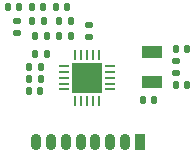
<source format=gbr>
%TF.GenerationSoftware,KiCad,Pcbnew,7.0.9*%
%TF.CreationDate,2024-12-08T03:54:19-04:00*%
%TF.ProjectId,Ejemplo KiCad LM,456a656d-706c-46f2-904b-69436164204c,rev?*%
%TF.SameCoordinates,Original*%
%TF.FileFunction,Soldermask,Top*%
%TF.FilePolarity,Negative*%
%FSLAX46Y46*%
G04 Gerber Fmt 4.6, Leading zero omitted, Abs format (unit mm)*
G04 Created by KiCad (PCBNEW 7.0.9) date 2024-12-08 03:54:19*
%MOMM*%
%LPD*%
G01*
G04 APERTURE LIST*
G04 Aperture macros list*
%AMRoundRect*
0 Rectangle with rounded corners*
0 $1 Rounding radius*
0 $2 $3 $4 $5 $6 $7 $8 $9 X,Y pos of 4 corners*
0 Add a 4 corners polygon primitive as box body*
4,1,4,$2,$3,$4,$5,$6,$7,$8,$9,$2,$3,0*
0 Add four circle primitives for the rounded corners*
1,1,$1+$1,$2,$3*
1,1,$1+$1,$4,$5*
1,1,$1+$1,$6,$7*
1,1,$1+$1,$8,$9*
0 Add four rect primitives between the rounded corners*
20,1,$1+$1,$2,$3,$4,$5,0*
20,1,$1+$1,$4,$5,$6,$7,0*
20,1,$1+$1,$6,$7,$8,$9,0*
20,1,$1+$1,$8,$9,$2,$3,0*%
G04 Aperture macros list end*
%ADD10R,1.800000X1.000000*%
%ADD11RoundRect,0.062500X0.062500X-0.350000X0.062500X0.350000X-0.062500X0.350000X-0.062500X-0.350000X0*%
%ADD12RoundRect,0.062500X0.350000X-0.062500X0.350000X0.062500X-0.350000X0.062500X-0.350000X-0.062500X0*%
%ADD13R,2.500000X2.500000*%
%ADD14RoundRect,0.135000X0.185000X-0.135000X0.185000X0.135000X-0.185000X0.135000X-0.185000X-0.135000X0*%
%ADD15RoundRect,0.135000X0.135000X0.185000X-0.135000X0.185000X-0.135000X-0.185000X0.135000X-0.185000X0*%
%ADD16RoundRect,0.147500X-0.147500X-0.172500X0.147500X-0.172500X0.147500X0.172500X-0.147500X0.172500X0*%
%ADD17RoundRect,0.147500X0.147500X0.172500X-0.147500X0.172500X-0.147500X-0.172500X0.147500X-0.172500X0*%
%ADD18RoundRect,0.147500X-0.172500X0.147500X-0.172500X-0.147500X0.172500X-0.147500X0.172500X0.147500X0*%
%ADD19RoundRect,0.225000X0.225000X0.475000X-0.225000X0.475000X-0.225000X-0.475000X0.225000X-0.475000X0*%
%ADD20O,0.900000X1.400000*%
%ADD21RoundRect,0.140000X-0.140000X-0.170000X0.140000X-0.170000X0.140000X0.170000X-0.140000X0.170000X0*%
%ADD22RoundRect,0.140000X0.140000X0.170000X-0.140000X0.170000X-0.140000X-0.170000X0.140000X-0.170000X0*%
%ADD23RoundRect,0.140000X-0.170000X0.140000X-0.170000X-0.140000X0.170000X-0.140000X0.170000X0.140000X0*%
G04 APERTURE END LIST*
D10*
%TO.C,Y1*%
X156972000Y-105390000D03*
X156972000Y-102890000D03*
%TD*%
D11*
%TO.C,U1*%
X150521000Y-106976500D03*
X151021000Y-106976500D03*
X151521000Y-106976500D03*
X152021000Y-106976500D03*
X152521000Y-106976500D03*
D12*
X153458500Y-106039000D03*
X153458500Y-105539000D03*
X153458500Y-105039000D03*
X153458500Y-104539000D03*
X153458500Y-104039000D03*
D11*
X152521000Y-103101500D03*
X152021000Y-103101500D03*
X151521000Y-103101500D03*
X151021000Y-103101500D03*
X150521000Y-103101500D03*
D12*
X149583500Y-104039000D03*
X149583500Y-104539000D03*
X149583500Y-105039000D03*
X149583500Y-105539000D03*
X149583500Y-106039000D03*
D13*
X151521000Y-105039000D03*
%TD*%
D14*
%TO.C,R2*%
X159004000Y-104650000D03*
X159004000Y-103630000D03*
%TD*%
D15*
%TO.C,R1*%
X147576000Y-104140000D03*
X146556000Y-104140000D03*
%TD*%
D16*
%TO.C,L4*%
X146835000Y-99060000D03*
X147805000Y-99060000D03*
%TD*%
D17*
%TO.C,L3*%
X150133500Y-101499000D03*
X149163500Y-101499000D03*
%TD*%
%TO.C,L2*%
X150133500Y-100229000D03*
X149163500Y-100229000D03*
%TD*%
D18*
%TO.C,L1*%
X151638000Y-100607000D03*
X151638000Y-101577000D03*
%TD*%
D19*
%TO.C,J1*%
X155956000Y-110490000D03*
D20*
X154706000Y-110490000D03*
X153456000Y-110490000D03*
X152206000Y-110490000D03*
X150956000Y-110490000D03*
X149706000Y-110490000D03*
X148456000Y-110490000D03*
X147206000Y-110490000D03*
%TD*%
D21*
%TO.C,C11*%
X148872000Y-99060000D03*
X149832000Y-99060000D03*
%TD*%
D22*
%TO.C,C10*%
X145768000Y-99060000D03*
X144808000Y-99060000D03*
%TD*%
D23*
%TO.C,C9*%
X145584500Y-100257000D03*
X145584500Y-101217000D03*
%TD*%
D22*
%TO.C,C8*%
X148096500Y-101499000D03*
X147136500Y-101499000D03*
%TD*%
%TO.C,C7*%
X147842500Y-100229000D03*
X146882500Y-100229000D03*
%TD*%
%TO.C,C6*%
X148096500Y-103023000D03*
X147136500Y-103023000D03*
%TD*%
D21*
%TO.C,C5*%
X159992000Y-102616000D03*
X159032000Y-102616000D03*
%TD*%
%TO.C,C4*%
X159032000Y-105664000D03*
X159992000Y-105664000D03*
%TD*%
D22*
%TO.C,C3*%
X147546000Y-106172000D03*
X146586000Y-106172000D03*
%TD*%
%TO.C,C2*%
X147574000Y-105156000D03*
X146614000Y-105156000D03*
%TD*%
D21*
%TO.C,C1*%
X156238000Y-106934000D03*
X157198000Y-106934000D03*
%TD*%
M02*

</source>
